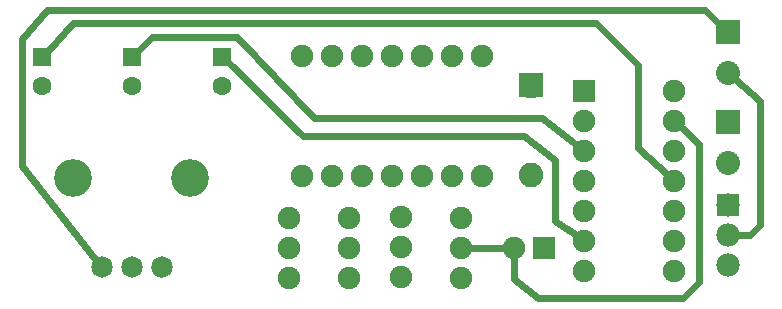
<source format=gbl>
G04 MADE WITH FRITZING*
G04 WWW.FRITZING.ORG*
G04 DOUBLE SIDED*
G04 HOLES PLATED*
G04 CONTOUR ON CENTER OF CONTOUR VECTOR*
%ASAXBY*%
%FSLAX23Y23*%
%MOIN*%
%OFA0B0*%
%SFA1.0B1.0*%
%ADD10C,0.075000*%
%ADD11C,0.082000*%
%ADD12C,0.080000*%
%ADD13C,0.071889*%
%ADD14C,0.071917*%
%ADD15C,0.124033*%
%ADD16C,0.078000*%
%ADD17C,0.062992*%
%ADD18C,0.125984*%
%ADD19R,0.082000X0.082000*%
%ADD20R,0.080000X0.080000*%
%ADD21R,0.075000X0.075000*%
%ADD22R,0.078000X0.078000*%
%ADD23R,0.062992X0.062992*%
%ADD24C,0.024000*%
%LNCOPPER0*%
G90*
G70*
G54D10*
X1588Y888D03*
X1588Y488D03*
X1487Y888D03*
X1487Y488D03*
X1388Y888D03*
X1388Y488D03*
X1287Y888D03*
X1287Y488D03*
X1687Y888D03*
X1687Y488D03*
X1187Y888D03*
X1187Y488D03*
X1088Y488D03*
X1088Y888D03*
G54D11*
X1851Y788D03*
X1851Y490D03*
G54D12*
X2508Y667D03*
X2508Y529D03*
G54D10*
X2030Y771D03*
X2330Y771D03*
X2030Y671D03*
X2330Y671D03*
X2030Y571D03*
X2330Y571D03*
X2030Y471D03*
X2330Y471D03*
X2030Y371D03*
X2330Y371D03*
X2030Y271D03*
X2330Y271D03*
X2030Y171D03*
X2330Y171D03*
X1619Y148D03*
X1619Y248D03*
X1619Y348D03*
X1419Y149D03*
X1419Y249D03*
X1419Y349D03*
X1246Y348D03*
X1246Y248D03*
X1246Y148D03*
X1046Y348D03*
X1046Y248D03*
X1046Y148D03*
X1895Y247D03*
X1795Y247D03*
G54D13*
X421Y185D03*
X521Y185D03*
G54D14*
X621Y185D03*
G54D15*
X326Y480D03*
X715Y480D03*
G54D16*
X2510Y391D03*
X2510Y291D03*
X2510Y191D03*
G54D17*
X822Y885D03*
X822Y786D03*
X522Y885D03*
X522Y787D03*
X222Y885D03*
X222Y786D03*
G54D12*
X2508Y967D03*
X2508Y829D03*
G54D18*
X325Y480D03*
X715Y480D03*
G54D19*
X1851Y789D03*
G54D20*
X2508Y667D03*
G54D21*
X2030Y771D03*
X1895Y247D03*
G54D22*
X2510Y391D03*
G54D23*
X822Y885D03*
X522Y885D03*
X222Y885D03*
G54D20*
X2508Y967D03*
G54D24*
X324Y997D02*
X2067Y997D01*
D02*
X2067Y997D02*
X2207Y857D01*
D02*
X2207Y857D02*
X2207Y581D01*
D02*
X241Y904D02*
X324Y997D01*
D02*
X2207Y581D02*
X2309Y490D01*
D02*
X1933Y539D02*
X1933Y337D01*
D02*
X1827Y621D02*
X1933Y539D01*
D02*
X1933Y337D02*
X2007Y287D01*
D02*
X1091Y621D02*
X1827Y621D01*
D02*
X842Y866D02*
X1091Y621D01*
D02*
X1129Y681D02*
X1887Y681D01*
D02*
X871Y950D02*
X1129Y681D01*
D02*
X1887Y681D02*
X2008Y588D01*
D02*
X587Y950D02*
X871Y950D01*
D02*
X541Y904D02*
X587Y950D01*
D02*
X1875Y80D02*
X2358Y80D01*
D02*
X2413Y134D02*
X2413Y592D01*
D02*
X2358Y80D02*
X2413Y134D01*
D02*
X1795Y218D02*
X1795Y144D01*
D02*
X1795Y144D02*
X1875Y80D01*
D02*
X2413Y592D02*
X2351Y651D01*
D02*
X1647Y248D02*
X1766Y247D01*
D02*
X2615Y738D02*
X2615Y323D01*
D02*
X2615Y323D02*
X2581Y291D01*
D02*
X2581Y291D02*
X2540Y291D01*
D02*
X2532Y809D02*
X2615Y738D01*
D02*
X156Y521D02*
X156Y943D01*
D02*
X156Y943D02*
X240Y1039D01*
D02*
X400Y211D02*
X156Y521D01*
D02*
X240Y1039D02*
X2433Y1039D01*
D02*
X2433Y1039D02*
X2486Y988D01*
G04 End of Copper0*
M02*
</source>
